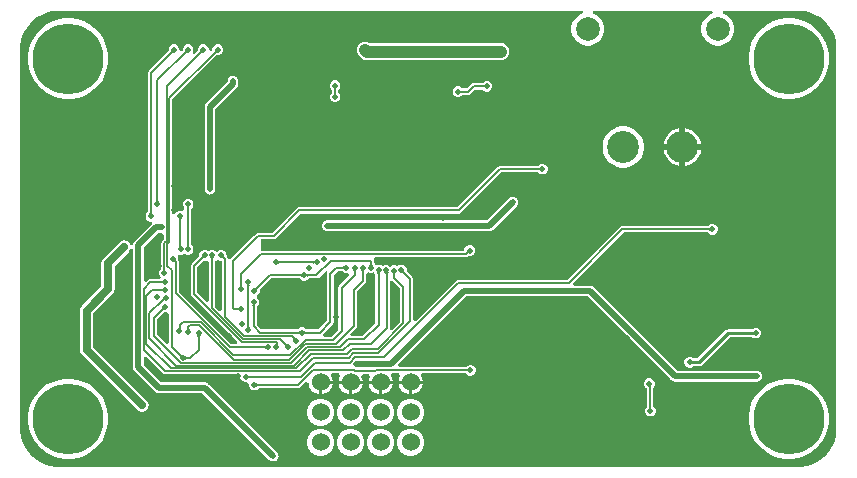
<source format=gbr>
G04*
G04 #@! TF.GenerationSoftware,Altium Limited,Altium Designer,24.7.2 (38)*
G04*
G04 Layer_Physical_Order=3*
G04 Layer_Color=14067636*
%FSLAX25Y25*%
%MOIN*%
G70*
G04*
G04 #@! TF.SameCoordinates,AB7849DE-EAC8-4354-A705-FC1E97C67EB3*
G04*
G04*
G04 #@! TF.FilePolarity,Positive*
G04*
G01*
G75*
%ADD10C,0.01968*%
%ADD15C,0.01000*%
%ADD21C,0.00500*%
%ADD87C,0.23622*%
%ADD88C,0.10630*%
%ADD89C,0.07874*%
%ADD106C,0.02756*%
%ADD107C,0.01968*%
%ADD108C,0.06000*%
%ADD109C,0.03937*%
G36*
X318108Y337780D02*
X318217Y336953D01*
X317754Y336829D01*
X316498Y336104D01*
X315471Y335077D01*
X314746Y333820D01*
X314370Y332419D01*
Y330967D01*
X314746Y329565D01*
X315471Y328309D01*
X316498Y327282D01*
X317754Y326557D01*
X319156Y326181D01*
X320607D01*
X322009Y326557D01*
X323266Y327282D01*
X324292Y328309D01*
X325018Y329565D01*
X325394Y330967D01*
Y332419D01*
X325018Y333820D01*
X324292Y335077D01*
X323266Y336104D01*
X322009Y336829D01*
X321547Y336953D01*
X321655Y337780D01*
X361416Y337780D01*
X361524Y336953D01*
X361062Y336829D01*
X359805Y336104D01*
X358778Y335077D01*
X358053Y333820D01*
X357677Y332419D01*
Y330967D01*
X358053Y329565D01*
X358778Y328309D01*
X359805Y327282D01*
X361062Y326557D01*
X362463Y326181D01*
X363915D01*
X365317Y326557D01*
X366573Y327282D01*
X367600Y328309D01*
X368325Y329565D01*
X368701Y330967D01*
Y332419D01*
X368325Y333820D01*
X367600Y335077D01*
X366573Y336104D01*
X365317Y336829D01*
X364854Y336953D01*
X364962Y337780D01*
X390102D01*
X390930D01*
X392573Y337564D01*
X394173Y337135D01*
X395704Y336501D01*
X397139Y335672D01*
X398453Y334664D01*
X399624Y333492D01*
X400633Y332178D01*
X401461Y330743D01*
X402096Y329212D01*
X402524Y327612D01*
X402740Y325969D01*
X402740Y325141D01*
X402740Y198481D01*
Y197653D01*
X402524Y196010D01*
X402096Y194410D01*
X401461Y192879D01*
X400633Y191444D01*
X399624Y190130D01*
X398453Y188958D01*
X397138Y187950D01*
X395704Y187121D01*
X394173Y186487D01*
X392573Y186058D01*
X390930Y185842D01*
X390102Y185842D01*
X143363Y185842D01*
X142535D01*
X140892Y186058D01*
X139292Y186487D01*
X137761Y187121D01*
X136326Y187950D01*
X135012Y188958D01*
X133840Y190130D01*
X132832Y191444D01*
X132003Y192879D01*
X131369Y194410D01*
X130940Y196010D01*
X130724Y197653D01*
X130724Y198481D01*
X130724Y324803D01*
X130724Y325141D01*
Y325969D01*
X130940Y327612D01*
X131369Y329212D01*
X132003Y330743D01*
X132832Y332178D01*
X133840Y333492D01*
X135012Y334664D01*
X136326Y335672D01*
X137761Y336501D01*
X139292Y337135D01*
X140892Y337564D01*
X142535Y337780D01*
X143363Y337780D01*
X318108Y337780D01*
D02*
G37*
%LPC*%
G36*
X196809Y326575D02*
X196104D01*
X195453Y326305D01*
X194955Y325807D01*
X194685Y325155D01*
Y324752D01*
X194311Y324468D01*
X193504Y324892D01*
Y325155D01*
X193234Y325807D01*
X192736Y326305D01*
X192085Y326575D01*
X191380D01*
X190729Y326305D01*
X190230Y325807D01*
X189961Y325155D01*
Y324527D01*
X188738Y323305D01*
X188116Y323800D01*
X188149Y323880D01*
X188386Y324451D01*
Y325155D01*
X188116Y325807D01*
X187618Y326305D01*
X186967Y326575D01*
X186262D01*
X185611Y326305D01*
X185112Y325807D01*
X184843Y325155D01*
Y324876D01*
X184827Y324805D01*
X184827Y324770D01*
X184518Y324478D01*
X184453Y324430D01*
X184232Y324484D01*
X184193Y324499D01*
X183661Y324975D01*
Y325155D01*
X183392Y325807D01*
X182893Y326305D01*
X182242Y326575D01*
X181537D01*
X180886Y326305D01*
X180388Y325807D01*
X180118Y325155D01*
Y324876D01*
X180103Y324805D01*
X180101Y324707D01*
X180097Y324638D01*
X180089Y324581D01*
X180081Y324535D01*
X180071Y324501D01*
X180063Y324477D01*
X180058Y324468D01*
X173465Y317874D01*
X173235Y317531D01*
X173155Y317126D01*
Y270824D01*
X173151Y270814D01*
X173140Y270791D01*
X173123Y270760D01*
X173097Y270721D01*
X173061Y270676D01*
X173016Y270624D01*
X172948Y270554D01*
X172908Y270492D01*
X172711Y270295D01*
X172441Y269644D01*
Y268939D01*
X172711Y268288D01*
X173209Y267789D01*
X173860Y267520D01*
X174253D01*
X174452Y267217D01*
X174576Y266697D01*
X168801Y260923D01*
X168410Y260337D01*
X168272Y259646D01*
X167446Y259641D01*
X167394Y259900D01*
X166916Y260616D01*
X166199Y261095D01*
X165354Y261263D01*
X164509Y261095D01*
X163793Y260616D01*
X158380Y255203D01*
X157901Y254487D01*
X157733Y253642D01*
Y245895D01*
X151195Y239356D01*
X150716Y238640D01*
X150548Y237795D01*
Y227953D01*
Y224803D01*
X150716Y223958D01*
X151195Y223242D01*
X169699Y204738D01*
X170415Y204259D01*
X171260Y204091D01*
X172105Y204259D01*
X172821Y204738D01*
X173300Y205454D01*
X173468Y206299D01*
X173300Y207144D01*
X172821Y207860D01*
X154964Y225718D01*
Y227953D01*
Y236881D01*
X161502Y243419D01*
X161981Y244135D01*
X162149Y244980D01*
Y252727D01*
X166916Y257494D01*
X167394Y258210D01*
X167446Y258470D01*
X168272Y258388D01*
Y232056D01*
X168239Y231890D01*
Y218931D01*
X168377Y218239D01*
X168768Y217653D01*
X175494Y210927D01*
X176080Y210536D01*
X176772Y210398D01*
X191378D01*
X213683Y188093D01*
X213831Y187994D01*
X213957Y187868D01*
X214121Y187800D01*
X214269Y187701D01*
X214444Y187666D01*
X214608Y187598D01*
X214786D01*
X214961Y187564D01*
X215135Y187598D01*
X215313D01*
X215477Y187666D01*
X215652Y187701D01*
X215800Y187800D01*
X215964Y187868D01*
X216090Y187994D01*
X216238Y188093D01*
X216337Y188241D01*
X216463Y188366D01*
X216531Y188531D01*
X216630Y188679D01*
X216664Y188853D01*
X216732Y189018D01*
Y189196D01*
X216767Y189370D01*
X216732Y189545D01*
Y189723D01*
X216664Y189887D01*
X216630Y190061D01*
X216531Y190209D01*
X216463Y190374D01*
X216337Y190499D01*
X216238Y190647D01*
X216238Y190647D01*
X193403Y213482D01*
X193255Y213581D01*
X193130Y213707D01*
X192965Y213775D01*
X192817Y213874D01*
X192643Y213908D01*
X192478Y213976D01*
X192300D01*
X192126Y214011D01*
X177520D01*
X171852Y219679D01*
Y222225D01*
X172616Y222542D01*
X178150Y217007D01*
X178494Y216778D01*
X178898Y216697D01*
X203621D01*
X204020Y216100D01*
Y215396D01*
X204289Y214744D01*
X204788Y214246D01*
X205439Y213976D01*
X206144D01*
X206280Y214033D01*
X206913Y213400D01*
X206890Y213345D01*
Y212640D01*
X207159Y211989D01*
X207658Y211490D01*
X208309Y211221D01*
X209014D01*
X209665Y211490D01*
X209862Y211688D01*
X209924Y211727D01*
X209994Y211796D01*
X210046Y211841D01*
X210091Y211876D01*
X210130Y211902D01*
X210161Y211920D01*
X210184Y211931D01*
X210194Y211934D01*
X223268D01*
X223673Y212015D01*
X224016Y212244D01*
X225961Y214189D01*
X226787Y213846D01*
Y213410D01*
X227060Y212393D01*
X227587Y211481D01*
X228331Y210736D01*
X229243Y210210D01*
X230261Y209937D01*
X230287D01*
Y213937D01*
X230787D01*
Y214437D01*
X234787D01*
Y214464D01*
X234515Y215481D01*
X234163Y216090D01*
X234561Y216917D01*
X237014D01*
X237412Y216090D01*
X237060Y215481D01*
X236787Y214464D01*
Y214437D01*
X240787D01*
X244787D01*
Y214464D01*
X244515Y215481D01*
X244295Y215862D01*
X244772Y216688D01*
X246802D01*
X247280Y215862D01*
X247060Y215481D01*
X246787Y214464D01*
Y214437D01*
X250787D01*
X254787D01*
Y214464D01*
X254515Y215481D01*
X254163Y216090D01*
X254561Y216917D01*
X257014D01*
X257412Y216090D01*
X257060Y215481D01*
X256787Y214464D01*
Y214437D01*
X260787D01*
X264787D01*
Y214464D01*
X264515Y215481D01*
X264163Y216090D01*
X264561Y216917D01*
X279204D01*
X279207Y216910D01*
X279705Y216411D01*
X280356Y216142D01*
X281061D01*
X281712Y216411D01*
X282211Y216910D01*
X282480Y217561D01*
Y218266D01*
X282211Y218917D01*
X281712Y219415D01*
X281061Y219685D01*
X280356D01*
X279705Y219415D01*
X279322Y219032D01*
X256907D01*
X256590Y219796D01*
X279338Y242543D01*
X319863D01*
X347739Y214668D01*
X348324Y214276D01*
X349016Y214139D01*
X376181D01*
X376356Y214173D01*
X376534D01*
X376698Y214241D01*
X376872Y214276D01*
X377020Y214375D01*
X377185Y214443D01*
X377310Y214569D01*
X377458Y214668D01*
X377557Y214815D01*
X377683Y214941D01*
X377751Y215106D01*
X377850Y215254D01*
X377885Y215428D01*
X377953Y215593D01*
Y215770D01*
X377988Y215945D01*
X377953Y216119D01*
Y216297D01*
X377885Y216462D01*
X377850Y216636D01*
X377751Y216784D01*
X377683Y216948D01*
X377557Y217074D01*
X377458Y217222D01*
X377310Y217321D01*
X377185Y217447D01*
X377020Y217515D01*
X376872Y217614D01*
X376698Y217649D01*
X376534Y217717D01*
X376356D01*
X376181Y217751D01*
X349764D01*
X321888Y245627D01*
X321302Y246019D01*
X320611Y246156D01*
X315249D01*
X314907Y246983D01*
X331827Y263903D01*
X359885D01*
X359895Y263899D01*
X359918Y263889D01*
X359949Y263871D01*
X359987Y263845D01*
X360033Y263809D01*
X360085Y263764D01*
X360155Y263696D01*
X360216Y263656D01*
X360414Y263459D01*
X361065Y263189D01*
X361770D01*
X362421Y263459D01*
X362919Y263957D01*
X363189Y264608D01*
Y265313D01*
X362919Y265964D01*
X362421Y266463D01*
X361770Y266732D01*
X361065D01*
X360414Y266463D01*
X360216Y266265D01*
X360155Y266225D01*
X360085Y266157D01*
X360033Y266112D01*
X359987Y266077D01*
X359949Y266051D01*
X359918Y266033D01*
X359895Y266022D01*
X359885Y266018D01*
X331389D01*
X330984Y265938D01*
X330641Y265709D01*
X313037Y248105D01*
X276575D01*
X276170Y248024D01*
X275827Y247795D01*
X262514Y234483D01*
X261688Y234825D01*
Y248425D01*
X261607Y248830D01*
X261378Y249173D01*
X259508Y251042D01*
X259504Y251052D01*
X259496Y251076D01*
X259486Y251110D01*
X259477Y251156D01*
X259470Y251213D01*
X259466Y251281D01*
X259464Y251380D01*
X259449Y251451D01*
Y251730D01*
X259179Y252381D01*
X258681Y252880D01*
X258030Y253150D01*
X257325D01*
X256674Y252880D01*
X256341Y252548D01*
X256213Y252676D01*
X255562Y252946D01*
X254857D01*
X254206Y252676D01*
X254038Y252509D01*
X253740Y252807D01*
X253089Y253076D01*
X252384D01*
X251733Y252807D01*
X251450Y252524D01*
X251100Y252875D01*
X250449Y253145D01*
X249744D01*
X249237Y252935D01*
X249140Y253169D01*
X248942Y253366D01*
X248903Y253428D01*
X248834Y253498D01*
X248789Y253550D01*
X248754Y253595D01*
X248728Y253634D01*
X248710Y253665D01*
X248699Y253688D01*
X248695Y253698D01*
Y254235D01*
X248615Y254639D01*
X248502Y254808D01*
X248694Y255372D01*
X248902Y255635D01*
X279331D01*
X279735Y255716D01*
X280079Y255945D01*
X280236Y256102D01*
X280864D01*
X281515Y256372D01*
X282014Y256871D01*
X282283Y257522D01*
Y258226D01*
X282014Y258878D01*
X281515Y259376D01*
X280864Y259646D01*
X280159D01*
X279508Y259376D01*
X279010Y258878D01*
X278740Y258226D01*
Y257751D01*
X211024D01*
X210827Y257912D01*
Y261679D01*
X215098D01*
X215503Y261759D01*
X215846Y261988D01*
X224060Y270202D01*
X276772D01*
X277176Y270283D01*
X277520Y270512D01*
X290989Y283982D01*
X303277D01*
X303721Y283537D01*
X304372Y283268D01*
X305077D01*
X305728Y283537D01*
X306226Y284036D01*
X306496Y284687D01*
Y285392D01*
X306226Y286043D01*
X305728Y286541D01*
X305077Y286811D01*
X304372D01*
X303721Y286541D01*
X303277Y286097D01*
X290551D01*
X290146Y286017D01*
X289803Y285787D01*
X276333Y272318D01*
X223622D01*
X223217Y272237D01*
X222874Y272008D01*
X214660Y263794D01*
X209980D01*
X209576Y263713D01*
X209232Y263484D01*
X208543Y262795D01*
X208465D01*
Y262716D01*
X200748Y255000D01*
X200703Y254933D01*
X200002Y255090D01*
X199866Y255169D01*
X199796Y255523D01*
X199567Y255866D01*
X199469Y255964D01*
X199465Y255973D01*
X199456Y255997D01*
X199447Y256031D01*
X199438Y256077D01*
X199431Y256134D01*
X199426Y256203D01*
X199425Y256301D01*
X199409Y256372D01*
Y256652D01*
X199140Y257303D01*
X198641Y257801D01*
X197990Y258071D01*
X197285D01*
X196634Y257801D01*
X196143Y257310D01*
X195651Y257801D01*
X195000Y258071D01*
X194295D01*
X193644Y257801D01*
X193387Y257544D01*
X193130Y257801D01*
X192478Y258071D01*
X191774D01*
X191122Y257801D01*
X190624Y257303D01*
X190354Y256652D01*
Y256372D01*
X190339Y256301D01*
X190338Y256203D01*
X190333Y256134D01*
X190326Y256077D01*
X190317Y256031D01*
X190307Y255997D01*
X190299Y255973D01*
X190295Y255964D01*
X187835Y253504D01*
X187606Y253161D01*
X187525Y252756D01*
Y243409D01*
X187606Y243004D01*
X187835Y242661D01*
X203083Y227412D01*
X202767Y226648D01*
X201029D01*
X183538Y244139D01*
Y254091D01*
X183458Y254496D01*
X183268Y254780D01*
Y255470D01*
X183095Y255887D01*
X183646Y256554D01*
X183785Y256496D01*
X184490D01*
X185141Y256766D01*
X185376Y257000D01*
X185611Y256766D01*
X186262Y256496D01*
X186967D01*
X187618Y256766D01*
X188116Y257264D01*
X188386Y257915D01*
Y258620D01*
X188116Y259271D01*
X187919Y259469D01*
X187879Y259530D01*
X187810Y259601D01*
X187765Y259652D01*
X187730Y259698D01*
X187704Y259736D01*
X187686Y259767D01*
X187675Y259790D01*
X187672Y259800D01*
Y271696D01*
X187675Y271706D01*
X187686Y271729D01*
X187704Y271760D01*
X187730Y271798D01*
X187765Y271844D01*
X187810Y271896D01*
X187879Y271966D01*
X187919Y272027D01*
X188116Y272225D01*
X188386Y272876D01*
Y273581D01*
X188116Y274232D01*
X187618Y274730D01*
X186967Y275000D01*
X186262D01*
X185611Y274730D01*
X185112Y274232D01*
X184843Y273581D01*
Y272876D01*
X185112Y272225D01*
X185310Y272027D01*
X185349Y271966D01*
X185328Y271356D01*
X185325Y271333D01*
X185175Y271235D01*
X184615Y270896D01*
X184211Y271063D01*
X183506D01*
X182855Y270793D01*
X182356Y270295D01*
X182232Y269996D01*
X181406Y270161D01*
Y270731D01*
X181402Y270749D01*
Y308253D01*
X196181Y323031D01*
X196809D01*
X197460Y323301D01*
X197959Y323800D01*
X198228Y324451D01*
Y325155D01*
X197959Y325807D01*
X197460Y326305D01*
X196809Y326575D01*
D02*
G37*
G36*
X245579Y327510D02*
X244859Y327415D01*
X244189Y327137D01*
X243613Y326695D01*
X243171Y326120D01*
X242894Y325449D01*
X242799Y324730D01*
X242894Y324010D01*
X243171Y323340D01*
X243613Y322764D01*
X244136Y322241D01*
X244712Y321799D01*
X245382Y321522D01*
X246102Y321427D01*
X290876D01*
X291596Y321522D01*
X292266Y321799D01*
X292842Y322241D01*
X293284Y322817D01*
X293561Y323487D01*
X293656Y324206D01*
X293561Y324926D01*
X293284Y325596D01*
X292842Y326172D01*
X292266Y326614D01*
X291596Y326891D01*
X290876Y326986D01*
X247165D01*
X246968Y327137D01*
X246298Y327415D01*
X245579Y327510D01*
D02*
G37*
G36*
X286573Y314370D02*
X285868D01*
X285217Y314100D01*
X284773Y313656D01*
X281764D01*
X281359Y313576D01*
X281016Y313346D01*
X279554Y311884D01*
X277981D01*
X277537Y312329D01*
X276886Y312598D01*
X276181D01*
X275530Y312329D01*
X275032Y311830D01*
X274762Y311179D01*
Y310474D01*
X275032Y309823D01*
X275530Y309325D01*
X276181Y309055D01*
X276886D01*
X277537Y309325D01*
X277981Y309769D01*
X279992D01*
X280397Y309850D01*
X280740Y310079D01*
X282202Y311541D01*
X284773D01*
X285217Y311097D01*
X285868Y310827D01*
X286573D01*
X287224Y311097D01*
X287722Y311595D01*
X287992Y312246D01*
Y312951D01*
X287722Y313602D01*
X287224Y314100D01*
X286573Y314370D01*
D02*
G37*
G36*
X387864Y335236D02*
X385757D01*
X383677Y334907D01*
X381673Y334256D01*
X379795Y333299D01*
X378091Y332061D01*
X376601Y330571D01*
X375362Y328866D01*
X374406Y326989D01*
X373755Y324985D01*
X373425Y322904D01*
Y320797D01*
X373755Y318716D01*
X374406Y316712D01*
X375362Y314835D01*
X376601Y313130D01*
X378091Y311640D01*
X379795Y310402D01*
X381673Y309445D01*
X383677Y308794D01*
X385757Y308465D01*
X387864D01*
X389946Y308794D01*
X391949Y309445D01*
X393827Y310402D01*
X395531Y311640D01*
X397021Y313130D01*
X398260Y314835D01*
X399216Y316712D01*
X399867Y318716D01*
X400197Y320797D01*
Y322904D01*
X399867Y324985D01*
X399216Y326989D01*
X398260Y328866D01*
X397021Y330571D01*
X395531Y332061D01*
X393827Y333299D01*
X391949Y334256D01*
X389946Y334907D01*
X387864Y335236D01*
D02*
G37*
G36*
X147707D02*
X145600D01*
X143519Y334907D01*
X141515Y334256D01*
X139638Y333299D01*
X137933Y332061D01*
X136443Y330571D01*
X135205Y328866D01*
X134248Y326989D01*
X133597Y324985D01*
X133268Y322904D01*
Y320797D01*
X133597Y318716D01*
X134248Y316712D01*
X135205Y314835D01*
X136443Y313130D01*
X137933Y311640D01*
X139638Y310402D01*
X141515Y309445D01*
X143519Y308794D01*
X145600Y308465D01*
X147707D01*
X149788Y308794D01*
X151792Y309445D01*
X153669Y310402D01*
X155374Y311640D01*
X156864Y313130D01*
X158102Y314835D01*
X159059Y316712D01*
X159710Y318716D01*
X160039Y320797D01*
Y322904D01*
X159710Y324985D01*
X159059Y326989D01*
X158102Y328866D01*
X156864Y330571D01*
X155374Y332061D01*
X153669Y333299D01*
X151792Y334256D01*
X149788Y334907D01*
X147707Y335236D01*
D02*
G37*
G36*
X235982Y314567D02*
X235278D01*
X234626Y314297D01*
X234128Y313799D01*
X233858Y313148D01*
Y312443D01*
X234128Y311792D01*
X234572Y311348D01*
Y310503D01*
X234128Y310059D01*
X233858Y309407D01*
Y308703D01*
X234128Y308052D01*
X234626Y307553D01*
X235278Y307283D01*
X235982D01*
X236633Y307553D01*
X237132Y308052D01*
X237402Y308703D01*
Y309407D01*
X237132Y310059D01*
X236688Y310503D01*
Y311348D01*
X237132Y311792D01*
X237402Y312443D01*
Y313148D01*
X237132Y313799D01*
X236633Y314297D01*
X235982Y314567D01*
D02*
G37*
G36*
X352378Y298563D02*
Y293323D01*
X357618D01*
X357450Y294165D01*
X356974Y295314D01*
X356283Y296348D01*
X355403Y297228D01*
X354369Y297919D01*
X353220Y298395D01*
X352378Y298563D01*
D02*
G37*
G36*
X350378D02*
X349536Y298395D01*
X348387Y297919D01*
X347352Y297228D01*
X346473Y296348D01*
X345782Y295314D01*
X345306Y294165D01*
X345138Y293323D01*
X350378D01*
Y298563D01*
D02*
G37*
G36*
X357618Y291323D02*
X352378D01*
Y286083D01*
X353220Y286251D01*
X354369Y286727D01*
X355403Y287418D01*
X356283Y288297D01*
X356974Y289332D01*
X357450Y290481D01*
X357618Y291323D01*
D02*
G37*
G36*
X350378D02*
X345138D01*
X345306Y290481D01*
X345782Y289332D01*
X346473Y288297D01*
X347352Y287418D01*
X348387Y286727D01*
X349536Y286251D01*
X350378Y286083D01*
Y291323D01*
D02*
G37*
G36*
X332371Y299213D02*
X331014D01*
X329683Y298948D01*
X328429Y298429D01*
X327301Y297674D01*
X326341Y296715D01*
X325587Y295586D01*
X325068Y294333D01*
X324803Y293001D01*
Y291644D01*
X325068Y290313D01*
X325587Y289059D01*
X326341Y287931D01*
X327301Y286971D01*
X328429Y286217D01*
X329683Y285698D01*
X331014Y285433D01*
X332371D01*
X333703Y285698D01*
X334956Y286217D01*
X336085Y286971D01*
X337045Y287931D01*
X337799Y289059D01*
X338318Y290313D01*
X338583Y291644D01*
Y293001D01*
X338318Y294333D01*
X337799Y295586D01*
X337045Y296715D01*
X336085Y297674D01*
X334956Y298429D01*
X333703Y298948D01*
X332371Y299213D01*
D02*
G37*
G36*
X201575Y316147D02*
X201400Y316112D01*
X201222D01*
X201058Y316044D01*
X200884Y316009D01*
X200736Y315911D01*
X200571Y315843D01*
X200446Y315717D01*
X200297Y315618D01*
X200199Y315470D01*
X200073Y315344D01*
X200005Y315180D01*
X199906Y315032D01*
X199871Y314857D01*
X199803Y314693D01*
Y314515D01*
X199768Y314341D01*
Y314134D01*
X192620Y306986D01*
X192229Y306400D01*
X192091Y305709D01*
Y278346D01*
X192126Y278172D01*
Y277994D01*
X192194Y277830D01*
X192229Y277655D01*
X192328Y277507D01*
X192396Y277343D01*
X192522Y277217D01*
X192620Y277069D01*
X192768Y276970D01*
X192894Y276845D01*
X193058Y276777D01*
X193206Y276678D01*
X193381Y276643D01*
X193545Y276575D01*
X193723D01*
X193898Y276540D01*
X194072Y276575D01*
X194250D01*
X194414Y276643D01*
X194589Y276678D01*
X194737Y276777D01*
X194901Y276845D01*
X195027Y276970D01*
X195175Y277069D01*
X195274Y277217D01*
X195400Y277343D01*
X195468Y277507D01*
X195566Y277655D01*
X195601Y277830D01*
X195669Y277994D01*
Y278172D01*
X195704Y278346D01*
Y304960D01*
X202852Y312108D01*
X203244Y312695D01*
X203381Y313386D01*
Y314341D01*
X203346Y314515D01*
Y314693D01*
X203278Y314857D01*
X203244Y315032D01*
X203145Y315180D01*
X203077Y315344D01*
X202951Y315470D01*
X202852Y315618D01*
X202704Y315717D01*
X202578Y315843D01*
X202414Y315911D01*
X202266Y316009D01*
X202092Y316044D01*
X201927Y316112D01*
X201749D01*
X201575Y316147D01*
D02*
G37*
G36*
X294882Y275822D02*
X294707Y275787D01*
X294530D01*
X294365Y275719D01*
X294191Y275685D01*
X294043Y275586D01*
X293878Y275518D01*
X293753Y275392D01*
X293605Y275293D01*
X286260Y267948D01*
X233071D01*
X232896Y267913D01*
X232718D01*
X232554Y267845D01*
X232380Y267811D01*
X232232Y267712D01*
X232067Y267644D01*
X231942Y267518D01*
X231794Y267419D01*
X231695Y267271D01*
X231569Y267145D01*
X231501Y266981D01*
X231402Y266833D01*
X231367Y266658D01*
X231299Y266494D01*
Y266316D01*
X231264Y266142D01*
X231299Y265967D01*
Y265789D01*
X231367Y265625D01*
X231402Y265451D01*
X231501Y265302D01*
X231569Y265138D01*
X231695Y265012D01*
X231794Y264864D01*
X231942Y264766D01*
X232067Y264640D01*
X232232Y264572D01*
X232380Y264473D01*
X232554Y264438D01*
X232718Y264370D01*
X232896D01*
X233071Y264335D01*
X287008D01*
X287699Y264473D01*
X288285Y264864D01*
X296159Y272739D01*
X296258Y272886D01*
X296384Y273012D01*
X296452Y273177D01*
X296551Y273324D01*
X296585Y273499D01*
X296654Y273663D01*
Y273841D01*
X296688Y274016D01*
X296654Y274190D01*
Y274368D01*
X296585Y274533D01*
X296551Y274707D01*
X296452Y274855D01*
X296384Y275019D01*
X296258Y275145D01*
X296159Y275293D01*
X296011Y275392D01*
X295885Y275518D01*
X295721Y275586D01*
X295573Y275685D01*
X295399Y275719D01*
X295234Y275787D01*
X295056D01*
X294882Y275822D01*
D02*
G37*
G36*
X376140Y232087D02*
X375435D01*
X374784Y231817D01*
X374594Y231628D01*
X366654D01*
X366152Y231528D01*
X365726Y231243D01*
X356399Y221917D01*
X355015D01*
X354826Y222106D01*
X354175Y222376D01*
X353470D01*
X352819Y222106D01*
X352321Y221607D01*
X352051Y220956D01*
Y220252D01*
X352321Y219600D01*
X352819Y219102D01*
X353470Y218832D01*
X354175D01*
X354826Y219102D01*
X355015Y219291D01*
X356943D01*
X357446Y219391D01*
X357871Y219676D01*
X367198Y229002D01*
X374594D01*
X374784Y228813D01*
X375435Y228543D01*
X376140D01*
X376791Y228813D01*
X377289Y229311D01*
X377559Y229963D01*
Y230667D01*
X377289Y231318D01*
X376791Y231817D01*
X376140Y232087D01*
D02*
G37*
G36*
X264787Y213437D02*
X261287D01*
Y209937D01*
X261314D01*
X262331Y210210D01*
X263244Y210736D01*
X263988Y211481D01*
X264515Y212393D01*
X264787Y213410D01*
Y213437D01*
D02*
G37*
G36*
X260287D02*
X256787D01*
Y213410D01*
X257060Y212393D01*
X257587Y211481D01*
X258331Y210736D01*
X259243Y210210D01*
X260261Y209937D01*
X260287D01*
Y213437D01*
D02*
G37*
G36*
X254787D02*
X251287D01*
Y209937D01*
X251314D01*
X252331Y210210D01*
X253243Y210736D01*
X253988Y211481D01*
X254515Y212393D01*
X254787Y213410D01*
Y213437D01*
D02*
G37*
G36*
X250287D02*
X246787D01*
Y213410D01*
X247060Y212393D01*
X247587Y211481D01*
X248331Y210736D01*
X249243Y210210D01*
X250261Y209937D01*
X250287D01*
Y213437D01*
D02*
G37*
G36*
X244787D02*
X241287D01*
Y209937D01*
X241314D01*
X242331Y210210D01*
X243244Y210736D01*
X243988Y211481D01*
X244515Y212393D01*
X244787Y213410D01*
Y213437D01*
D02*
G37*
G36*
X240287D02*
X236787D01*
Y213410D01*
X237060Y212393D01*
X237587Y211481D01*
X238331Y210736D01*
X239244Y210210D01*
X240261Y209937D01*
X240287D01*
Y213437D01*
D02*
G37*
G36*
X234787D02*
X231287D01*
Y209937D01*
X231314D01*
X232331Y210210D01*
X233243Y210736D01*
X233988Y211481D01*
X234515Y212393D01*
X234787Y213410D01*
Y213437D01*
D02*
G37*
G36*
X340751Y215240D02*
X340046D01*
X339395Y214970D01*
X338896Y214472D01*
X338627Y213821D01*
Y213116D01*
X338896Y212465D01*
X339395Y211967D01*
X339515Y211917D01*
Y205645D01*
X339246Y205376D01*
X338976Y204724D01*
Y204020D01*
X339246Y203368D01*
X339744Y202870D01*
X340396Y202600D01*
X341100D01*
X341752Y202870D01*
X342250Y203368D01*
X342520Y204020D01*
Y204724D01*
X342250Y205376D01*
X341752Y205874D01*
X341631Y205924D01*
Y212195D01*
X341900Y212465D01*
X342170Y213116D01*
Y213821D01*
X341900Y214472D01*
X341402Y214970D01*
X340751Y215240D01*
D02*
G37*
G36*
X261390Y208512D02*
X260185D01*
X259022Y208200D01*
X257978Y207598D01*
X257127Y206746D01*
X256524Y205703D01*
X256213Y204539D01*
Y203335D01*
X256524Y202171D01*
X257127Y201128D01*
X257978Y200276D01*
X259022Y199674D01*
X260185Y199362D01*
X261390D01*
X262553Y199674D01*
X263596Y200276D01*
X264448Y201128D01*
X265050Y202171D01*
X265362Y203335D01*
Y204539D01*
X265050Y205703D01*
X264448Y206746D01*
X263596Y207598D01*
X262553Y208200D01*
X261390Y208512D01*
D02*
G37*
G36*
X251390D02*
X250185D01*
X249022Y208200D01*
X247978Y207598D01*
X247127Y206746D01*
X246524Y205703D01*
X246213Y204539D01*
Y203335D01*
X246524Y202171D01*
X247127Y201128D01*
X247978Y200276D01*
X249022Y199674D01*
X250185Y199362D01*
X251390D01*
X252553Y199674D01*
X253596Y200276D01*
X254448Y201128D01*
X255050Y202171D01*
X255362Y203335D01*
Y204539D01*
X255050Y205703D01*
X254448Y206746D01*
X253596Y207598D01*
X252553Y208200D01*
X251390Y208512D01*
D02*
G37*
G36*
X241390D02*
X240185D01*
X239022Y208200D01*
X237978Y207598D01*
X237127Y206746D01*
X236524Y205703D01*
X236213Y204539D01*
Y203335D01*
X236524Y202171D01*
X237127Y201128D01*
X237978Y200276D01*
X239022Y199674D01*
X240185Y199362D01*
X241390D01*
X242553Y199674D01*
X243596Y200276D01*
X244448Y201128D01*
X245050Y202171D01*
X245362Y203335D01*
Y204539D01*
X245050Y205703D01*
X244448Y206746D01*
X243596Y207598D01*
X242553Y208200D01*
X241390Y208512D01*
D02*
G37*
G36*
X231390D02*
X230185D01*
X229022Y208200D01*
X227978Y207598D01*
X227127Y206746D01*
X226524Y205703D01*
X226213Y204539D01*
Y203335D01*
X226524Y202171D01*
X227127Y201128D01*
X227978Y200276D01*
X229022Y199674D01*
X230185Y199362D01*
X231390D01*
X232553Y199674D01*
X233596Y200276D01*
X234448Y201128D01*
X235050Y202171D01*
X235362Y203335D01*
Y204539D01*
X235050Y205703D01*
X234448Y206746D01*
X233596Y207598D01*
X232553Y208200D01*
X231390Y208512D01*
D02*
G37*
G36*
X261390Y198512D02*
X260185D01*
X259022Y198200D01*
X257978Y197598D01*
X257127Y196746D01*
X256524Y195703D01*
X256213Y194539D01*
Y193335D01*
X256524Y192171D01*
X257127Y191128D01*
X257978Y190276D01*
X259022Y189674D01*
X260185Y189362D01*
X261390D01*
X262553Y189674D01*
X263596Y190276D01*
X264448Y191128D01*
X265050Y192171D01*
X265362Y193335D01*
Y194539D01*
X265050Y195703D01*
X264448Y196746D01*
X263596Y197598D01*
X262553Y198200D01*
X261390Y198512D01*
D02*
G37*
G36*
X251390D02*
X250185D01*
X249022Y198200D01*
X247978Y197598D01*
X247127Y196746D01*
X246524Y195703D01*
X246213Y194539D01*
Y193335D01*
X246524Y192171D01*
X247127Y191128D01*
X247978Y190276D01*
X249022Y189674D01*
X250185Y189362D01*
X251390D01*
X252553Y189674D01*
X253596Y190276D01*
X254448Y191128D01*
X255050Y192171D01*
X255362Y193335D01*
Y194539D01*
X255050Y195703D01*
X254448Y196746D01*
X253596Y197598D01*
X252553Y198200D01*
X251390Y198512D01*
D02*
G37*
G36*
X241390D02*
X240185D01*
X239022Y198200D01*
X237978Y197598D01*
X237127Y196746D01*
X236524Y195703D01*
X236213Y194539D01*
Y193335D01*
X236524Y192171D01*
X237127Y191128D01*
X237978Y190276D01*
X239022Y189674D01*
X240185Y189362D01*
X241390D01*
X242553Y189674D01*
X243596Y190276D01*
X244448Y191128D01*
X245050Y192171D01*
X245362Y193335D01*
Y194539D01*
X245050Y195703D01*
X244448Y196746D01*
X243596Y197598D01*
X242553Y198200D01*
X241390Y198512D01*
D02*
G37*
G36*
X231390D02*
X230185D01*
X229022Y198200D01*
X227978Y197598D01*
X227127Y196746D01*
X226524Y195703D01*
X226213Y194539D01*
Y193335D01*
X226524Y192171D01*
X227127Y191128D01*
X227978Y190276D01*
X229022Y189674D01*
X230185Y189362D01*
X231390D01*
X232553Y189674D01*
X233596Y190276D01*
X234448Y191128D01*
X235050Y192171D01*
X235362Y193335D01*
Y194539D01*
X235050Y195703D01*
X234448Y196746D01*
X233596Y197598D01*
X232553Y198200D01*
X231390Y198512D01*
D02*
G37*
G36*
X387864Y215158D02*
X385757D01*
X383677Y214828D01*
X381673Y214177D01*
X379795Y213220D01*
X378091Y211982D01*
X376601Y210492D01*
X375362Y208787D01*
X374406Y206910D01*
X373755Y204906D01*
X373425Y202825D01*
Y200718D01*
X373755Y198637D01*
X374406Y196633D01*
X375362Y194756D01*
X376601Y193051D01*
X378091Y191561D01*
X379795Y190323D01*
X381673Y189366D01*
X383677Y188715D01*
X385757Y188386D01*
X387864D01*
X389946Y188715D01*
X391949Y189366D01*
X393827Y190323D01*
X395531Y191561D01*
X397021Y193051D01*
X398260Y194756D01*
X399216Y196633D01*
X399867Y198637D01*
X400197Y200718D01*
Y202825D01*
X399867Y204906D01*
X399216Y206910D01*
X398260Y208787D01*
X397021Y210492D01*
X395531Y211982D01*
X393827Y213220D01*
X391949Y214177D01*
X389946Y214828D01*
X387864Y215158D01*
D02*
G37*
G36*
X147707D02*
X145600D01*
X143519Y214828D01*
X141515Y214177D01*
X139638Y213220D01*
X137933Y211982D01*
X136443Y210492D01*
X135205Y208787D01*
X134248Y206910D01*
X133597Y204906D01*
X133268Y202825D01*
Y200718D01*
X133597Y198637D01*
X134248Y196633D01*
X135205Y194756D01*
X136443Y193051D01*
X137933Y191561D01*
X139638Y190323D01*
X141515Y189366D01*
X143519Y188715D01*
X145600Y188386D01*
X147707D01*
X149788Y188715D01*
X151792Y189366D01*
X153669Y190323D01*
X155374Y191561D01*
X156864Y193051D01*
X158102Y194756D01*
X159059Y196633D01*
X159710Y198637D01*
X160039Y200718D01*
Y202825D01*
X159710Y204906D01*
X159059Y206910D01*
X158102Y208787D01*
X156864Y210492D01*
X155374Y211982D01*
X153669Y213220D01*
X151792Y214177D01*
X149788Y214828D01*
X147707Y215158D01*
D02*
G37*
%LPD*%
G36*
X186604Y323819D02*
X186485Y323817D01*
X186372Y323810D01*
X186265Y323796D01*
X186165Y323777D01*
X186071Y323751D01*
X185984Y323720D01*
X185903Y323683D01*
X185829Y323640D01*
X185761Y323591D01*
X185700Y323536D01*
X185347Y323889D01*
X185402Y323950D01*
X185451Y324018D01*
X185494Y324092D01*
X185531Y324173D01*
X185562Y324260D01*
X185588Y324354D01*
X185607Y324454D01*
X185621Y324560D01*
X185628Y324674D01*
X185630Y324793D01*
X186604Y323819D01*
D02*
G37*
G36*
X181880D02*
X181760Y323817D01*
X181647Y323810D01*
X181540Y323796D01*
X181440Y323777D01*
X181347Y323751D01*
X181259Y323720D01*
X181179Y323683D01*
X181105Y323640D01*
X181037Y323591D01*
X180976Y323536D01*
X180622Y323889D01*
X180677Y323950D01*
X180726Y324018D01*
X180769Y324092D01*
X180807Y324173D01*
X180838Y324260D01*
X180863Y324354D01*
X180883Y324454D01*
X180896Y324560D01*
X180904Y324674D01*
X180906Y324793D01*
X181880Y323819D01*
D02*
G37*
G36*
X176632Y274689D02*
X176646Y274606D01*
X176667Y274523D01*
X176698Y274440D01*
X176738Y274356D01*
X176786Y274272D01*
X176843Y274187D01*
X176909Y274102D01*
X176983Y274017D01*
X177067Y273931D01*
X175689D01*
X175772Y274017D01*
X175847Y274102D01*
X175913Y274187D01*
X175970Y274272D01*
X176018Y274356D01*
X176058Y274440D01*
X176088Y274523D01*
X176110Y274606D01*
X176124Y274689D01*
X176128Y274771D01*
X176628D01*
X176632Y274689D01*
D02*
G37*
G36*
X187220Y272440D02*
X187145Y272354D01*
X187079Y272269D01*
X187022Y272185D01*
X186974Y272100D01*
X186934Y272017D01*
X186904Y271933D01*
X186882Y271850D01*
X186869Y271768D01*
X186864Y271686D01*
X186364D01*
X186360Y271768D01*
X186347Y271850D01*
X186325Y271933D01*
X186294Y272017D01*
X186254Y272100D01*
X186206Y272185D01*
X186149Y272269D01*
X186083Y272354D01*
X186009Y272440D01*
X185925Y272526D01*
X187303D01*
X187220Y272440D01*
D02*
G37*
G36*
X174467Y270752D02*
X174480Y270669D01*
X174502Y270586D01*
X174533Y270503D01*
X174572Y270419D01*
X174621Y270335D01*
X174678Y270251D01*
X174743Y270165D01*
X174818Y270080D01*
X174902Y269994D01*
X173524D01*
X173607Y270080D01*
X173682Y270165D01*
X173748Y270251D01*
X173805Y270335D01*
X173853Y270419D01*
X173892Y270503D01*
X173923Y270586D01*
X173945Y270669D01*
X173958Y270752D01*
X173963Y270834D01*
X174463D01*
X174467Y270752D01*
D02*
G37*
G36*
X184566Y268592D02*
X184440Y268397D01*
X184389Y268304D01*
X184346Y268213D01*
X184311Y268125D01*
X184283Y268039D01*
X184264Y267956D01*
X184252Y267875D01*
X184248Y267797D01*
X183748Y267723D01*
X183743Y267808D01*
X183729Y267891D01*
X183705Y267973D01*
X183672Y268053D01*
X183630Y268131D01*
X183578Y268208D01*
X183517Y268283D01*
X183446Y268356D01*
X183366Y268428D01*
X183276Y268498D01*
X184640Y268693D01*
X184566Y268592D01*
D02*
G37*
G36*
X360714Y264272D02*
X360629Y264355D01*
X360543Y264430D01*
X360458Y264495D01*
X360373Y264553D01*
X360289Y264601D01*
X360206Y264640D01*
X360122Y264671D01*
X360039Y264693D01*
X359957Y264706D01*
X359875Y264711D01*
Y265211D01*
X359957Y265215D01*
X360039Y265228D01*
X360122Y265250D01*
X360206Y265281D01*
X360289Y265320D01*
X360373Y265369D01*
X360458Y265426D01*
X360543Y265492D01*
X360629Y265566D01*
X360714Y265650D01*
Y264272D01*
D02*
G37*
G36*
X186869Y259728D02*
X186882Y259646D01*
X186904Y259563D01*
X186934Y259479D01*
X186974Y259396D01*
X187022Y259312D01*
X187079Y259227D01*
X187145Y259142D01*
X187220Y259056D01*
X187303Y258971D01*
X185925D01*
X186009Y259056D01*
X186083Y259142D01*
X186149Y259227D01*
X186206Y259312D01*
X186254Y259396D01*
X186294Y259479D01*
X186325Y259563D01*
X186347Y259646D01*
X186360Y259728D01*
X186364Y259810D01*
X186864D01*
X186869Y259728D01*
D02*
G37*
G36*
X184253Y259751D02*
X184267Y259668D01*
X184291Y259587D01*
X184324Y259507D01*
X184366Y259428D01*
X184418Y259351D01*
X184479Y259277D01*
X184550Y259203D01*
X184630Y259131D01*
X184720Y259061D01*
X183356Y258866D01*
X183431Y258967D01*
X183556Y259162D01*
X183607Y259255D01*
X183650Y259346D01*
X183685Y259434D01*
X183713Y259520D01*
X183732Y259603D01*
X183744Y259684D01*
X183748Y259762D01*
X184248Y259836D01*
X184253Y259751D01*
D02*
G37*
G36*
X198624Y256170D02*
X198631Y256056D01*
X198645Y255950D01*
X198664Y255850D01*
X198690Y255756D01*
X198721Y255669D01*
X198758Y255588D01*
X198801Y255514D01*
X198850Y255446D01*
X198905Y255385D01*
X198552Y255032D01*
X198491Y255087D01*
X198423Y255136D01*
X198349Y255179D01*
X198268Y255216D01*
X198181Y255247D01*
X198087Y255273D01*
X197987Y255292D01*
X197880Y255306D01*
X197767Y255313D01*
X197648Y255315D01*
X198622Y256289D01*
X198624Y256170D01*
D02*
G37*
G36*
X192116Y255315D02*
X191997Y255313D01*
X191883Y255306D01*
X191777Y255292D01*
X191676Y255273D01*
X191583Y255247D01*
X191496Y255216D01*
X191415Y255179D01*
X191341Y255136D01*
X191273Y255087D01*
X191212Y255032D01*
X190858Y255385D01*
X190913Y255446D01*
X190962Y255514D01*
X191006Y255588D01*
X191043Y255669D01*
X191074Y255756D01*
X191099Y255850D01*
X191119Y255950D01*
X191132Y256056D01*
X191140Y256170D01*
X191142Y256289D01*
X192116Y255315D01*
D02*
G37*
G36*
X195253Y255510D02*
X195178Y255425D01*
X195113Y255340D01*
X195056Y255255D01*
X195007Y255171D01*
X194968Y255087D01*
X194937Y255004D01*
X194915Y254921D01*
X194902Y254839D01*
X194898Y254757D01*
X194398D01*
X194393Y254839D01*
X194380Y254921D01*
X194358Y255004D01*
X194327Y255087D01*
X194288Y255171D01*
X194239Y255255D01*
X194183Y255340D01*
X194117Y255425D01*
X194042Y255510D01*
X193959Y255596D01*
X195336D01*
X195253Y255510D01*
D02*
G37*
G36*
X182432Y254797D02*
X182427Y254738D01*
X182430Y254679D01*
X182440Y254621D01*
X182457Y254562D01*
X182482Y254503D01*
X182515Y254444D01*
X182555Y254385D01*
X182602Y254327D01*
X182657Y254268D01*
X182304Y253914D01*
X182243Y253971D01*
X182182Y254021D01*
X182121Y254064D01*
X182061Y254099D01*
X182000Y254127D01*
X181940Y254147D01*
X181880Y254160D01*
X181819Y254166D01*
X181759Y254164D01*
X181699Y254155D01*
X182445Y254856D01*
X182432Y254797D01*
D02*
G37*
G36*
X216749Y254522D02*
X216832Y254446D01*
X216915Y254379D01*
X216998Y254321D01*
X217080Y254272D01*
X217163Y254232D01*
X217246Y254201D01*
X217329Y254178D01*
X217411Y254165D01*
X217494Y254160D01*
X217480Y253660D01*
X217399Y253656D01*
X217316Y253643D01*
X217233Y253622D01*
X217149Y253592D01*
X217065Y253553D01*
X216979Y253505D01*
X216893Y253449D01*
X216806Y253385D01*
X216718Y253311D01*
X216629Y253229D01*
X216666Y254607D01*
X216749Y254522D01*
D02*
G37*
G36*
X228725Y253214D02*
X228642Y253299D01*
X228559Y253375D01*
X228477Y253442D01*
X228394Y253500D01*
X228311Y253549D01*
X228228Y253589D01*
X228146Y253620D01*
X228063Y253643D01*
X227980Y253656D01*
X227897Y253660D01*
X227911Y254160D01*
X227993Y254165D01*
X228075Y254178D01*
X228158Y254199D01*
X228242Y254229D01*
X228327Y254268D01*
X228412Y254316D01*
X228498Y254372D01*
X228586Y254436D01*
X228674Y254510D01*
X228762Y254592D01*
X228725Y253214D01*
D02*
G37*
G36*
X247892Y253626D02*
X247905Y253543D01*
X247927Y253460D01*
X247958Y253377D01*
X247997Y253293D01*
X248046Y253209D01*
X248103Y253124D01*
X248169Y253040D01*
X248243Y252954D01*
X248327Y252868D01*
X246949D01*
X247032Y252954D01*
X247107Y253040D01*
X247173Y253124D01*
X247230Y253209D01*
X247278Y253293D01*
X247318Y253377D01*
X247348Y253460D01*
X247370Y253543D01*
X247383Y253626D01*
X247388Y253708D01*
X247888D01*
X247892Y253626D01*
D02*
G37*
G36*
X238667Y251476D02*
X238581Y251560D01*
X238496Y251634D01*
X238411Y251700D01*
X238326Y251757D01*
X238242Y251806D01*
X238158Y251845D01*
X238075Y251876D01*
X237992Y251898D01*
X237910Y251911D01*
X237828Y251915D01*
Y252415D01*
X237910Y252420D01*
X237992Y252433D01*
X238075Y252455D01*
X238158Y252486D01*
X238242Y252525D01*
X238326Y252573D01*
X238411Y252630D01*
X238496Y252696D01*
X238581Y252771D01*
X238667Y252854D01*
Y251476D01*
D02*
G37*
G36*
X245487Y251377D02*
X245413Y251291D01*
X245347Y251206D01*
X245290Y251122D01*
X245242Y251037D01*
X245202Y250954D01*
X245171Y250870D01*
X245149Y250787D01*
X245136Y250705D01*
X245132Y250623D01*
X244632D01*
X244627Y250705D01*
X244614Y250787D01*
X244592Y250870D01*
X244562Y250954D01*
X244522Y251037D01*
X244474Y251122D01*
X244417Y251206D01*
X244351Y251291D01*
X244276Y251377D01*
X244193Y251462D01*
X245571D01*
X245487Y251377D01*
D02*
G37*
G36*
X242732D02*
X242657Y251291D01*
X242591Y251206D01*
X242534Y251122D01*
X242486Y251037D01*
X242446Y250954D01*
X242415Y250870D01*
X242393Y250787D01*
X242380Y250705D01*
X242376Y250623D01*
X241876D01*
X241872Y250705D01*
X241858Y250787D01*
X241837Y250870D01*
X241806Y250954D01*
X241766Y251037D01*
X241718Y251122D01*
X241661Y251206D01*
X241595Y251291D01*
X241520Y251377D01*
X241437Y251462D01*
X242815D01*
X242732Y251377D01*
D02*
G37*
G36*
X258663Y251248D02*
X258671Y251135D01*
X258684Y251029D01*
X258704Y250928D01*
X258729Y250835D01*
X258760Y250748D01*
X258798Y250667D01*
X258841Y250593D01*
X258890Y250525D01*
X258945Y250464D01*
X258591Y250110D01*
X258530Y250165D01*
X258462Y250214D01*
X258388Y250257D01*
X258308Y250295D01*
X258220Y250326D01*
X258127Y250351D01*
X258027Y250371D01*
X257920Y250384D01*
X257807Y250392D01*
X257687Y250394D01*
X258661Y251368D01*
X258663Y251248D01*
D02*
G37*
G36*
X250715Y250595D02*
X250577Y250421D01*
X250520Y250336D01*
X250473Y250251D01*
X250434Y250166D01*
X250403Y250082D01*
X250381Y249999D01*
X250368Y249917D01*
X250364Y249835D01*
X249864Y249826D01*
X249860Y249908D01*
X249846Y249991D01*
X249824Y250074D01*
X249793Y250157D01*
X249753Y250240D01*
X249704Y250323D01*
X249647Y250407D01*
X249580Y250490D01*
X249504Y250574D01*
X249420Y250658D01*
X250798Y250683D01*
X250715Y250595D01*
D02*
G37*
G36*
X253357Y250528D02*
X253218Y250354D01*
X253162Y250268D01*
X253114Y250183D01*
X253075Y250098D01*
X253045Y250014D01*
X253023Y249932D01*
X253010Y249849D01*
X253006Y249768D01*
X252506Y249757D01*
X252502Y249840D01*
X252488Y249922D01*
X252466Y250005D01*
X252435Y250088D01*
X252395Y250171D01*
X252346Y250254D01*
X252288Y250338D01*
X252221Y250421D01*
X252146Y250504D01*
X252061Y250588D01*
X253439Y250616D01*
X253357Y250528D01*
D02*
G37*
G36*
X255825Y250394D02*
X255686Y250221D01*
X255630Y250136D01*
X255582Y250051D01*
X255543Y249967D01*
X255512Y249883D01*
X255490Y249800D01*
X255477Y249717D01*
X255473Y249636D01*
X254973Y249628D01*
X254969Y249711D01*
X254955Y249793D01*
X254933Y249876D01*
X254902Y249959D01*
X254862Y250043D01*
X254814Y250126D01*
X254756Y250210D01*
X254690Y250293D01*
X254614Y250378D01*
X254530Y250462D01*
X255908Y250481D01*
X255825Y250394D01*
D02*
G37*
G36*
X226182Y250212D02*
X226268Y250137D01*
X226353Y250071D01*
X226437Y250014D01*
X226522Y249966D01*
X226605Y249926D01*
X226689Y249896D01*
X226772Y249874D01*
X226854Y249861D01*
X226936Y249856D01*
Y249356D01*
X226854Y249352D01*
X226772Y249339D01*
X226689Y249317D01*
X226605Y249286D01*
X226522Y249247D01*
X226437Y249198D01*
X226353Y249141D01*
X226268Y249075D01*
X226182Y249001D01*
X226097Y248917D01*
Y250295D01*
X226182Y250212D01*
D02*
G37*
G36*
X224691Y248917D02*
X224605Y249001D01*
X224519Y249075D01*
X224434Y249141D01*
X224350Y249198D01*
X224266Y249247D01*
X224182Y249286D01*
X224099Y249317D01*
X224016Y249339D01*
X223933Y249352D01*
X223851Y249356D01*
Y249856D01*
X223933Y249861D01*
X224016Y249874D01*
X224099Y249896D01*
X224182Y249926D01*
X224266Y249966D01*
X224350Y250014D01*
X224434Y250071D01*
X224519Y250137D01*
X224605Y250212D01*
X224691Y250295D01*
Y248917D01*
D02*
G37*
G36*
X233094Y250625D02*
X233078Y250602D01*
X232997Y250197D01*
Y234493D01*
X230074Y231570D01*
X226138D01*
X226129Y231573D01*
X226106Y231584D01*
X226075Y231602D01*
X226036Y231628D01*
X225991Y231663D01*
X225939Y231708D01*
X225869Y231777D01*
X225807Y231816D01*
X225610Y232014D01*
X224959Y232283D01*
X224254D01*
X223603Y232014D01*
X223405Y231816D01*
X223344Y231777D01*
X223273Y231708D01*
X223222Y231663D01*
X223176Y231628D01*
X223138Y231602D01*
X223107Y231584D01*
X223084Y231573D01*
X223074Y231570D01*
X211068D01*
X209522Y233115D01*
Y239019D01*
X209526Y239029D01*
X209537Y239052D01*
X209554Y239083D01*
X209580Y239121D01*
X209616Y239167D01*
X209661Y239218D01*
X209729Y239289D01*
X209769Y239350D01*
X209966Y239548D01*
X210236Y240199D01*
Y240904D01*
X209966Y241555D01*
X209468Y242053D01*
X209520Y242926D01*
X209665Y242986D01*
X210163Y243485D01*
X210433Y244136D01*
Y244415D01*
X210448Y244486D01*
X210450Y244585D01*
X210454Y244653D01*
X210462Y244710D01*
X210471Y244756D01*
X210480Y244790D01*
X210488Y244814D01*
X210493Y244824D01*
X214218Y248549D01*
X223862D01*
X223871Y248545D01*
X223894Y248534D01*
X223925Y248517D01*
X223964Y248490D01*
X224009Y248455D01*
X224061Y248410D01*
X224131Y248341D01*
X224193Y248302D01*
X224390Y248104D01*
X225041Y247835D01*
X225746D01*
X226397Y248104D01*
X226595Y248302D01*
X226656Y248341D01*
X226727Y248410D01*
X226778Y248455D01*
X226824Y248490D01*
X226862Y248517D01*
X226893Y248534D01*
X226916Y248545D01*
X226926Y248549D01*
X229410D01*
X229814Y248629D01*
X230158Y248858D01*
X232452Y251152D01*
X233094Y250625D01*
D02*
G37*
G36*
X178320Y263297D02*
X178440Y263022D01*
Y261461D01*
X177992Y261013D01*
X177763Y260670D01*
X177682Y260265D01*
Y251841D01*
X177238Y251397D01*
X176969Y250746D01*
Y250041D01*
X177238Y249390D01*
X177530Y249098D01*
X177164Y248302D01*
X174016D01*
X173611Y248222D01*
X173268Y247992D01*
X172649Y247373D01*
X171885Y247690D01*
Y258897D01*
X176733Y263745D01*
X177756D01*
X178320Y263297D01*
D02*
G37*
G36*
X207298Y246455D02*
X207224Y246370D01*
X207158Y246285D01*
X207101Y246200D01*
X207053Y246116D01*
X207013Y246032D01*
X206982Y245949D01*
X206961Y245866D01*
X206947Y245784D01*
X206943Y245702D01*
X206443D01*
X206438Y245784D01*
X206425Y245866D01*
X206403Y245949D01*
X206373Y246032D01*
X206333Y246116D01*
X206285Y246200D01*
X206228Y246285D01*
X206162Y246370D01*
X206087Y246455D01*
X206004Y246541D01*
X207382D01*
X207298Y246455D01*
D02*
G37*
G36*
X209929Y245402D02*
X209874Y245341D01*
X209825Y245273D01*
X209782Y245199D01*
X209745Y245119D01*
X209713Y245031D01*
X209688Y244938D01*
X209668Y244838D01*
X209655Y244731D01*
X209647Y244618D01*
X209646Y244498D01*
X208671Y245472D01*
X208791Y245474D01*
X208904Y245482D01*
X209011Y245495D01*
X209111Y245515D01*
X209205Y245540D01*
X209292Y245571D01*
X209372Y245609D01*
X209447Y245652D01*
X209514Y245701D01*
X209575Y245756D01*
X209929Y245402D01*
D02*
G37*
G36*
X193570Y254189D02*
X193590Y254161D01*
Y240978D01*
X192826Y240661D01*
X189640Y243847D01*
Y252318D01*
X191790Y254468D01*
X191800Y254472D01*
X191824Y254481D01*
X191858Y254490D01*
X191904Y254499D01*
X191961Y254506D01*
X192029Y254511D01*
X192128Y254512D01*
X192199Y254528D01*
X192478D01*
X192763Y254645D01*
X193570Y254189D01*
D02*
G37*
G36*
X209070Y239762D02*
X208996Y239677D01*
X208930Y239592D01*
X208873Y239507D01*
X208824Y239423D01*
X208785Y239339D01*
X208754Y239256D01*
X208732Y239173D01*
X208719Y239091D01*
X208715Y239009D01*
X208215D01*
X208210Y239091D01*
X208197Y239173D01*
X208175Y239256D01*
X208144Y239339D01*
X208105Y239423D01*
X208056Y239507D01*
X207999Y239592D01*
X207934Y239677D01*
X207859Y239762D01*
X207776Y239848D01*
X209154D01*
X209070Y239762D01*
D02*
G37*
G36*
X196634Y254797D02*
X197285Y254528D01*
X197564D01*
X197636Y254512D01*
X197734Y254511D01*
X197761Y254509D01*
Y238083D01*
X196997Y237766D01*
X195705Y239058D01*
Y254252D01*
X195985Y254540D01*
X196162Y254682D01*
X196413Y254845D01*
X196634Y254797D01*
D02*
G37*
G36*
X206947Y232760D02*
X206961Y232677D01*
X206982Y232594D01*
X207013Y232511D01*
X207053Y232427D01*
X207101Y232343D01*
X207158Y232258D01*
X207224Y232173D01*
X207298Y232088D01*
X207382Y232002D01*
X206004D01*
X206087Y232088D01*
X206162Y232173D01*
X206228Y232258D01*
X206285Y232343D01*
X206333Y232427D01*
X206373Y232511D01*
X206403Y232594D01*
X206425Y232677D01*
X206438Y232760D01*
X206443Y232842D01*
X206943D01*
X206947Y232760D01*
D02*
G37*
G36*
X184148Y232332D02*
X184151Y232257D01*
X184162Y232178D01*
X184180Y232095D01*
X184205Y232009D01*
X184238Y231918D01*
X184277Y231824D01*
X184378Y231624D01*
X184439Y231518D01*
X184507Y231408D01*
X183163Y231715D01*
X183256Y231775D01*
X183338Y231839D01*
X183411Y231906D01*
X183474Y231975D01*
X183527Y232047D01*
X183570Y232122D01*
X183604Y232200D01*
X183628Y232281D01*
X183643Y232364D01*
X183648Y232450D01*
X184148Y232332D01*
D02*
G37*
G36*
X186978Y232132D02*
X186991Y232049D01*
X187013Y231966D01*
X187043Y231883D01*
X187083Y231799D01*
X187131Y231715D01*
X187188Y231630D01*
X187254Y231545D01*
X187329Y231460D01*
X187412Y231374D01*
X186034D01*
X186118Y231460D01*
X186192Y231545D01*
X186258Y231630D01*
X186315Y231715D01*
X186363Y231799D01*
X186403Y231883D01*
X186434Y231966D01*
X186456Y232049D01*
X186469Y232132D01*
X186473Y232214D01*
X186973D01*
X186978Y232132D01*
D02*
G37*
G36*
X257210Y245231D02*
Y234100D01*
X254442Y231332D01*
X254113Y231494D01*
X253760Y231819D01*
X253814Y232087D01*
Y247489D01*
X253991Y247617D01*
X254640Y247801D01*
X257210Y245231D01*
D02*
G37*
G36*
X225395Y231117D02*
X225481Y231043D01*
X225566Y230977D01*
X225650Y230920D01*
X225734Y230872D01*
X225818Y230832D01*
X225901Y230801D01*
X225984Y230779D01*
X226067Y230766D01*
X226149Y230762D01*
Y230262D01*
X226067Y230257D01*
X225984Y230244D01*
X225901Y230222D01*
X225818Y230192D01*
X225734Y230152D01*
X225650Y230104D01*
X225566Y230047D01*
X225481Y229981D01*
X225395Y229906D01*
X225309Y229823D01*
Y231201D01*
X225395Y231117D01*
D02*
G37*
G36*
X223903Y229823D02*
X223818Y229906D01*
X223732Y229981D01*
X223647Y230047D01*
X223563Y230104D01*
X223478Y230152D01*
X223395Y230192D01*
X223311Y230222D01*
X223228Y230244D01*
X223146Y230257D01*
X223064Y230262D01*
Y230762D01*
X223146Y230766D01*
X223228Y230779D01*
X223311Y230801D01*
X223395Y230832D01*
X223478Y230872D01*
X223563Y230920D01*
X223647Y230977D01*
X223732Y231043D01*
X223818Y231117D01*
X223903Y231201D01*
Y229823D01*
D02*
G37*
G36*
X247285Y250394D02*
X247990D01*
X248497Y250604D01*
X248594Y250370D01*
X248811Y250153D01*
X248854Y250088D01*
X248923Y250020D01*
X248968Y249971D01*
X249002Y249927D01*
X249027Y249891D01*
X249044Y249862D01*
X249054Y249841D01*
X249057Y249835D01*
Y233623D01*
X244837Y229404D01*
X241035D01*
X240719Y230168D01*
X242677Y232126D01*
X242906Y232469D01*
X242987Y232874D01*
Y244301D01*
X245630Y246944D01*
X245859Y247287D01*
X245940Y247692D01*
Y250189D01*
X246254Y250404D01*
X246766Y250609D01*
X247285Y250394D01*
D02*
G37*
G36*
X237848Y251104D02*
X237871Y251093D01*
X237901Y251076D01*
X237940Y251049D01*
X237986Y251014D01*
X238037Y250969D01*
X238108Y250901D01*
X238169Y250861D01*
X238367Y250663D01*
X239018Y250394D01*
X239722D01*
X240536Y249836D01*
X240569Y249742D01*
X237047Y246220D01*
X236818Y245877D01*
X236738Y245472D01*
Y231344D01*
X234601Y229207D01*
X231872D01*
X231530Y230034D01*
X234803Y233307D01*
X235032Y233650D01*
X235113Y234055D01*
Y249759D01*
X236462Y251108D01*
X237838D01*
X237848Y251104D01*
D02*
G37*
G36*
X190763Y229526D02*
X190688Y229441D01*
X190623Y229356D01*
X190566Y229271D01*
X190517Y229187D01*
X190478Y229103D01*
X190447Y229020D01*
X190425Y228937D01*
X190412Y228854D01*
X190408Y228772D01*
X189908D01*
X189903Y228854D01*
X189890Y228937D01*
X189868Y229020D01*
X189837Y229103D01*
X189798Y229187D01*
X189750Y229271D01*
X189692Y229356D01*
X189627Y229441D01*
X189552Y229526D01*
X189469Y229612D01*
X190847D01*
X190763Y229526D01*
D02*
G37*
G36*
X221824Y229075D02*
X221887Y229027D01*
X221957Y228981D01*
X222036Y228937D01*
X222122Y228895D01*
X222319Y228816D01*
X222430Y228780D01*
X222674Y228712D01*
X221490Y228008D01*
X221514Y228115D01*
X221529Y228217D01*
X221535Y228314D01*
X221532Y228407D01*
X221520Y228495D01*
X221499Y228578D01*
X221468Y228656D01*
X221429Y228730D01*
X221380Y228800D01*
X221322Y228864D01*
X221769Y229124D01*
X221824Y229075D01*
D02*
G37*
G36*
X180212Y236862D02*
Y226987D01*
X179448Y226671D01*
X176255Y229864D01*
Y234995D01*
X178495Y237236D01*
X179123D01*
X179385Y237344D01*
X180212Y236862D01*
D02*
G37*
G36*
X216503Y226997D02*
X216507Y226914D01*
X216517Y226830D01*
X216533Y226745D01*
X216557Y226658D01*
X216587Y226569D01*
X216623Y226479D01*
X216666Y226387D01*
X216773Y226199D01*
X216836Y226103D01*
X215552Y226410D01*
X215638Y226461D01*
X215715Y226515D01*
X215782Y226573D01*
X215841Y226634D01*
X215891Y226698D01*
X215931Y226766D01*
X215963Y226837D01*
X215985Y226911D01*
X215999Y226988D01*
X216003Y227069D01*
X216503Y226997D01*
D02*
G37*
G36*
X219029Y227000D02*
X219097Y226951D01*
X219171Y226908D01*
X219251Y226871D01*
X219339Y226839D01*
X219432Y226814D01*
X219532Y226795D01*
X219639Y226781D01*
X219752Y226773D01*
X219872Y226772D01*
X218898Y225797D01*
X218896Y225917D01*
X218888Y226030D01*
X218875Y226137D01*
X218855Y226237D01*
X218830Y226331D01*
X218799Y226418D01*
X218761Y226498D01*
X218718Y226573D01*
X218669Y226640D01*
X218614Y226701D01*
X218968Y227055D01*
X219029Y227000D01*
D02*
G37*
G36*
X212683Y224902D02*
X212597Y224985D01*
X212512Y225060D01*
X212427Y225126D01*
X212342Y225183D01*
X212258Y225231D01*
X212174Y225270D01*
X212091Y225301D01*
X212008Y225323D01*
X211925Y225336D01*
X211843Y225341D01*
Y225840D01*
X211925Y225845D01*
X212008Y225858D01*
X212091Y225880D01*
X212174Y225911D01*
X212258Y225950D01*
X212342Y225999D01*
X212427Y226056D01*
X212512Y226121D01*
X212597Y226196D01*
X212683Y226279D01*
Y224902D01*
D02*
G37*
G36*
X184187Y223260D02*
X184254Y223211D01*
X184328Y223168D01*
X184409Y223130D01*
X184496Y223099D01*
X184590Y223074D01*
X184690Y223054D01*
X184797Y223041D01*
X184910Y223033D01*
X185029Y223031D01*
X184055Y222057D01*
X184053Y222177D01*
X184046Y222290D01*
X184032Y222397D01*
X184013Y222497D01*
X183987Y222590D01*
X183956Y222678D01*
X183919Y222758D01*
X183876Y222832D01*
X183827Y222900D01*
X183772Y222961D01*
X184125Y223315D01*
X184187Y223260D01*
D02*
G37*
G36*
X185828Y222653D02*
X185914Y222578D01*
X185999Y222512D01*
X186083Y222455D01*
X186167Y222407D01*
X186251Y222368D01*
X186334Y222337D01*
X186417Y222315D01*
X186500Y222302D01*
X186582Y222297D01*
Y221797D01*
X186500Y221793D01*
X186417Y221780D01*
X186334Y221758D01*
X186251Y221727D01*
X186167Y221688D01*
X186083Y221639D01*
X185999Y221582D01*
X185914Y221516D01*
X185828Y221442D01*
X185742Y221358D01*
Y222736D01*
X185828Y222653D01*
D02*
G37*
G36*
X206580Y216354D02*
X206665Y216279D01*
X206750Y216213D01*
X206835Y216156D01*
X206919Y216108D01*
X207003Y216068D01*
X207086Y216038D01*
X207169Y216016D01*
X207252Y216002D01*
X207334Y215998D01*
Y215498D01*
X207252Y215494D01*
X207169Y215480D01*
X207086Y215458D01*
X207003Y215428D01*
X206919Y215388D01*
X206835Y215340D01*
X206750Y215283D01*
X206665Y215217D01*
X206580Y215142D01*
X206494Y215059D01*
Y216437D01*
X206580Y216354D01*
D02*
G37*
G36*
X209450Y213598D02*
X209536Y213523D01*
X209621Y213457D01*
X209705Y213400D01*
X209789Y213352D01*
X209873Y213312D01*
X209956Y213282D01*
X210039Y213260D01*
X210122Y213246D01*
X210204Y213242D01*
Y212742D01*
X210122Y212738D01*
X210039Y212725D01*
X209956Y212703D01*
X209873Y212672D01*
X209789Y212632D01*
X209705Y212584D01*
X209621Y212527D01*
X209536Y212461D01*
X209450Y212387D01*
X209364Y212303D01*
Y213681D01*
X209450Y213598D01*
D02*
G37*
D10*
X201575Y313386D02*
Y314341D01*
X193898Y305709D02*
X201575Y313386D01*
X170079Y259646D02*
X175984Y265551D01*
X177756D01*
X249606Y219882D02*
X254122D01*
X278590Y244350D02*
X320611D01*
X254122Y219882D02*
X278590Y244350D01*
X247244Y219882D02*
X249606D01*
X170079Y231923D02*
Y259646D01*
X170046Y231890D02*
X170079Y231923D01*
X192126Y212205D02*
X214961Y189370D01*
X214961D01*
X176772Y212205D02*
X192126D01*
X170046Y218931D02*
Y231890D01*
Y218931D02*
X176772Y212205D01*
X320611Y244350D02*
X349016Y215945D01*
X193898Y278346D02*
Y305709D01*
X349016Y215945D02*
X376181D01*
X242520Y219882D02*
X244882D01*
X247244D01*
X233071Y266142D02*
X287008D01*
X294882Y274016D01*
D15*
X366654Y230315D02*
X375787D01*
X356943Y220604D02*
X366654Y230315D01*
X353822Y220604D02*
X356943D01*
D21*
X290551Y285039D02*
X304724D01*
X276772Y271260D02*
X290551Y285039D01*
X223622Y271260D02*
X276772D01*
X279992Y310827D02*
X281764Y312598D01*
X276534Y310827D02*
X279992D01*
X235630Y309055D02*
Y312795D01*
X281764Y312598D02*
X286221D01*
X180348Y260671D02*
Y270731D01*
X178740Y260265D02*
X179498Y261023D01*
X179495Y270383D02*
Y312565D01*
Y270383D02*
X179498Y270379D01*
X180344Y270735D02*
Y308691D01*
Y270735D02*
X180348Y270731D01*
X179754Y252640D02*
X181135Y251258D01*
X180344Y308691D02*
X196457Y324803D01*
X178740Y250394D02*
Y260265D01*
X179754Y252640D02*
Y260077D01*
X180348Y260671D01*
X179498Y261023D02*
Y270379D01*
X179495Y312565D02*
X191732Y324803D01*
X276575Y247047D02*
X313475D01*
X251772Y222244D02*
X276575Y247047D01*
X242418Y222244D02*
X251772D01*
X260630Y234348D02*
Y248425D01*
X241732Y223622D02*
X249904D01*
X260630Y234348D01*
X249803Y225197D02*
X258268Y233661D01*
Y245669D01*
X241339Y225197D02*
X249803D01*
X313475Y247047D02*
X331389Y264961D01*
X340573Y204547D02*
Y213294D01*
X340398Y213469D02*
X340573Y213294D01*
Y204547D02*
X340748Y204372D01*
X181496Y255075D02*
Y255118D01*
Y255075D02*
X182480Y254091D01*
X201496Y238679D02*
X201789Y238386D01*
X201496Y254252D02*
X209980Y262736D01*
X201496Y238679D02*
Y254252D01*
X201789Y238386D02*
X204134D01*
X279331Y256693D02*
X280512Y257874D01*
X204331Y250000D02*
X211024Y256693D01*
X279331D01*
X215971Y253910D02*
X229420D01*
X215945Y253937D02*
X215971Y253910D01*
X229420D02*
X229446Y253884D01*
X178291Y241484D02*
X178736Y241929D01*
X173622Y236979D02*
X178127Y241484D01*
X173622Y228543D02*
Y236979D01*
X178736Y241929D02*
X179134D01*
X178127Y241484D02*
X178291D01*
X172638Y226772D02*
Y242717D01*
X174690Y244768D02*
X178904D01*
X172638Y242717D02*
X174690Y244768D01*
X175197Y235433D02*
X178771Y239007D01*
X175197Y229426D02*
Y235433D01*
Y229426D02*
X184318Y220305D01*
X173622Y228543D02*
X182710Y219455D01*
X171788Y224866D02*
X178898Y217755D01*
X171788Y245016D02*
X174016Y247245D01*
X171788Y224866D02*
Y245016D01*
X172638Y226772D02*
X180804Y218605D01*
X174016Y247245D02*
X178904D01*
X181135Y242944D02*
Y251258D01*
Y242944D02*
X181270Y242810D01*
X280648Y217974D02*
X280709Y217913D01*
X249115Y217974D02*
X280648D01*
X240158Y222047D02*
X241732Y223622D01*
X240450Y220276D02*
X242418Y222244D01*
X248887Y217746D02*
X249115Y217974D01*
X241963D02*
X242192Y217746D01*
X248887D01*
X228250Y217974D02*
X241963D01*
X223268Y212992D02*
X228250Y217974D01*
X228937Y220276D02*
X240450D01*
X208661Y212992D02*
X223268D01*
X204331Y244882D02*
Y250000D01*
X181270Y225817D02*
X185039Y222047D01*
X181270Y225817D02*
Y242810D01*
X216024Y225546D02*
X216253Y225776D01*
Y227069D01*
X257677Y251378D02*
X260630Y248425D01*
X255209Y251174D02*
X255223Y251161D01*
Y248714D02*
Y251161D01*
X252756Y232087D02*
Y251285D01*
X252736Y251305D02*
X252756Y251285D01*
X255223Y248714D02*
X258268Y245669D01*
X250096Y251373D02*
X250114Y251355D01*
Y233185D02*
Y251355D01*
X245276Y228346D02*
X250114Y233185D01*
X235900Y226845D02*
X241929Y232874D01*
Y244739D02*
X244882Y247692D01*
X241929Y232874D02*
Y244739D01*
X244882Y247692D02*
Y252165D01*
X242126Y249803D02*
Y252165D01*
X237795Y230906D02*
Y245472D01*
X242126Y249803D01*
X180804Y218605D02*
X222739D01*
X182710Y219455D02*
X221817D01*
X178898Y217755D02*
X223857D01*
X240551Y226772D02*
X247441D01*
X252756Y232087D01*
X239764Y228346D02*
X245276D01*
X190236Y233071D02*
X201789Y221519D01*
X220365D02*
X225691Y226845D01*
X201789Y221519D02*
X220365D01*
X234055Y250197D02*
X236024Y252165D01*
X230512Y230512D02*
X234055Y234055D01*
X235039Y228150D02*
X237795Y230906D01*
X234055Y234055D02*
Y250197D01*
X204629Y227362D02*
X215961D01*
X188583Y243409D02*
Y252756D01*
Y243409D02*
X204629Y227362D01*
X194648Y238620D02*
X204921Y228346D01*
X194648Y238620D02*
Y256299D01*
X204921Y228346D02*
X217323D01*
X219882Y225787D01*
X174213Y269291D02*
Y317126D01*
X181890Y324803D01*
X234331Y254528D02*
X247345D01*
X229410Y249606D02*
X234331Y254528D01*
X213779Y249606D02*
X225394D01*
X229410D01*
X208661Y244488D02*
X213779Y249606D01*
X206693Y231299D02*
Y247244D01*
X208465Y232677D02*
Y240551D01*
X210630Y230512D02*
X224606D01*
X208465Y232677D02*
X210630Y230512D01*
X198819Y235827D02*
Y255118D01*
Y235827D02*
X205315Y229331D01*
X221210D01*
X215961Y227362D02*
X216253Y227069D01*
X222441Y227756D02*
Y228099D01*
X221210Y229331D02*
X222441Y228099D01*
X209980Y262736D02*
X215098D01*
X197638Y256299D02*
X198819Y255118D01*
X224606Y230512D02*
X230512D01*
X200591Y225590D02*
X213386D01*
X215098Y262736D02*
X223622Y271260D01*
X247638Y252165D02*
Y254235D01*
X247345Y254528D02*
X247638Y254235D01*
X236024Y252165D02*
X239370D01*
X182480Y243701D02*
X200591Y225590D01*
X182480Y243701D02*
Y254091D01*
X201728Y223031D02*
X220675D01*
X225691Y226845D02*
X235900D01*
X225794Y228150D02*
X235039D01*
X220675Y223031D02*
X225794Y228150D01*
X237205Y225787D02*
X239764Y228346D01*
X238386Y224606D02*
X240551Y226772D01*
X239567Y223425D02*
X241339Y225197D01*
X184318Y220305D02*
X220896D01*
X221817Y219455D02*
X226969Y224606D01*
X220896Y220305D02*
X226378Y225787D01*
X227559Y223425D02*
X239567D01*
X226378Y225787D02*
X237205D01*
X222739Y218605D02*
X227559Y223425D01*
X226969Y224606D02*
X238386D01*
X224409Y215748D02*
X228937Y220276D01*
X205791Y215748D02*
X224409D01*
X228150Y222047D02*
X240158D01*
X223857Y217755D02*
X228150Y222047D01*
X190839Y233921D02*
X201728Y223031D01*
X183898Y232929D02*
X184890Y233921D01*
X183679Y230876D02*
X183898Y231095D01*
Y232929D01*
X184890Y233921D02*
X190839D01*
X178904Y244768D02*
X178904Y244768D01*
X187402Y233071D02*
X190236D01*
X190157Y224803D02*
Y230315D01*
X186723Y232393D02*
X187402Y233071D01*
Y222047D02*
X190157Y224803D01*
X185039Y222047D02*
X187402D01*
X176378Y314567D02*
X186614Y324803D01*
X176378Y273228D02*
Y314567D01*
X186723Y230671D02*
Y232393D01*
X188583Y252756D02*
X192126Y256299D01*
X331389Y264961D02*
X361417D01*
X186614Y258268D02*
Y273228D01*
X183858Y269291D02*
X183998Y269152D01*
Y258407D02*
Y269152D01*
Y258407D02*
X184138Y258268D01*
D87*
X146654Y321850D02*
D03*
X386811Y201772D02*
D03*
Y321850D02*
D03*
X146654Y201772D02*
D03*
D88*
X331693Y292323D02*
D03*
X351378D02*
D03*
D89*
X363189Y331693D02*
D03*
X319882D02*
D03*
D106*
X159941Y244980D02*
Y253642D01*
X165354Y259055D01*
X152756Y237795D02*
X159941Y244980D01*
X152756Y227953D02*
Y237795D01*
Y224803D02*
X171260Y206299D01*
X152756Y224803D02*
Y227953D01*
D107*
X332874Y225984D02*
D03*
X343110Y274410D02*
D03*
X328543Y278150D02*
D03*
X294685Y276772D02*
D03*
X286221Y272441D02*
D03*
X235630Y306299D02*
D03*
X232874Y312992D02*
D03*
X274803Y313189D02*
D03*
X276534Y310827D02*
D03*
X235630Y309055D02*
D03*
Y312795D02*
D03*
X201575Y314341D02*
D03*
X216929Y314961D02*
D03*
X265748Y306225D02*
D03*
X251969D02*
D03*
X354712Y283441D02*
D03*
X212193Y305488D02*
D03*
X152953Y287205D02*
D03*
X146445Y287181D02*
D03*
X338177Y194071D02*
D03*
X269279Y279307D02*
D03*
X291523Y249386D02*
D03*
X177756Y265551D02*
D03*
X191130Y278520D02*
D03*
X196653Y278543D02*
D03*
X203216Y215902D02*
D03*
X208465Y210433D02*
D03*
X279906Y220499D02*
D03*
X368701Y205118D02*
D03*
X283252Y257901D02*
D03*
X311795Y261247D02*
D03*
X303921Y267350D02*
D03*
X359433Y251995D02*
D03*
X262992Y237992D02*
D03*
X268307Y244291D02*
D03*
X340748Y204372D02*
D03*
X181496Y255118D02*
D03*
X213386Y259842D02*
D03*
X231890Y254921D02*
D03*
X215945Y253937D02*
D03*
X214961Y189370D02*
D03*
X211417Y188779D02*
D03*
X176181Y242520D02*
D03*
X163386Y242717D02*
D03*
X178771Y239007D02*
D03*
X170046Y231890D02*
D03*
X179104Y228987D02*
D03*
Y234252D02*
D03*
X176181Y249410D02*
D03*
X286417Y309842D02*
D03*
X232874Y263189D02*
D03*
Y269094D02*
D03*
X276378Y233268D02*
D03*
X296850Y217323D02*
D03*
X296654Y225197D02*
D03*
X284449Y208465D02*
D03*
X325787Y194685D02*
D03*
X312008D02*
D03*
X298228D02*
D03*
X284449D02*
D03*
X332677Y201772D02*
D03*
X318898D02*
D03*
X305118D02*
D03*
X291339D02*
D03*
X277559D02*
D03*
X296063Y253937D02*
D03*
X327362Y256890D02*
D03*
X320669D02*
D03*
X313976D02*
D03*
X307283D02*
D03*
X300590D02*
D03*
X278590Y244350D02*
D03*
X245579Y324730D02*
D03*
X286221Y312598D02*
D03*
X294882Y310827D02*
D03*
X296260Y321850D02*
D03*
X290876Y324206D02*
D03*
X253459Y316675D02*
D03*
X261024Y327953D02*
D03*
X271654Y318898D02*
D03*
X261024Y318110D02*
D03*
X353822Y220604D02*
D03*
X163344Y261274D02*
D03*
X193898Y278346D02*
D03*
X189370Y291339D02*
D03*
X280709Y217913D02*
D03*
X332895Y228564D02*
D03*
X333465Y223311D02*
D03*
X267717Y225984D02*
D03*
X375787Y230315D02*
D03*
X374803Y223622D02*
D03*
X358661Y218898D02*
D03*
X353740Y224213D02*
D03*
X247244Y219882D02*
D03*
X244882D02*
D03*
X249606D02*
D03*
X242520D02*
D03*
X332677Y236614D02*
D03*
Y243701D02*
D03*
X280512Y257874D02*
D03*
X340398Y213469D02*
D03*
X269488Y211221D02*
D03*
X245864Y215303D02*
D03*
X248209Y209328D02*
D03*
X263189Y209252D02*
D03*
X233465Y209055D02*
D03*
X243500Y209364D02*
D03*
X222441Y210827D02*
D03*
X223622Y204331D02*
D03*
X226969Y251969D02*
D03*
X204528Y233268D02*
D03*
X216024Y225546D02*
D03*
X182087Y271457D02*
D03*
X186811Y276378D02*
D03*
X156141Y246082D02*
D03*
X142873Y246471D02*
D03*
X262598Y252559D02*
D03*
X252953Y253937D02*
D03*
X250000D02*
D03*
X256299Y253740D02*
D03*
X257677Y251378D02*
D03*
X255209Y251174D02*
D03*
X252736Y251305D02*
D03*
X250096Y251373D02*
D03*
X259449Y253543D02*
D03*
X179134Y241929D02*
D03*
X236041Y235631D02*
D03*
X276969Y278346D02*
D03*
X200197Y229331D02*
D03*
X188976Y305709D02*
D03*
X183858Y298622D02*
D03*
X182087Y279528D02*
D03*
X204724Y282087D02*
D03*
X376181Y215945D02*
D03*
X230512Y235433D02*
D03*
X224803Y242126D02*
D03*
X225197Y233268D02*
D03*
X182480Y288976D02*
D03*
X174213Y269291D02*
D03*
X206693Y231299D02*
D03*
X208661Y244488D02*
D03*
X204331Y244882D02*
D03*
X206693Y247244D02*
D03*
X204134Y238386D02*
D03*
X208465Y240551D02*
D03*
X229446Y253884D02*
D03*
X196876Y243352D02*
D03*
X224606Y230512D02*
D03*
X213386Y225590D02*
D03*
X222441Y227756D02*
D03*
X220866Y271063D02*
D03*
X225394Y249606D02*
D03*
X149606Y287402D02*
D03*
X191374Y237805D02*
D03*
X219882Y225787D02*
D03*
X256093Y235631D02*
D03*
X246067Y235631D02*
D03*
X178904Y247245D02*
D03*
Y244768D02*
D03*
X190157Y230315D02*
D03*
X239370Y252165D02*
D03*
X247638D02*
D03*
X342469Y296478D02*
D03*
X189185Y326877D02*
D03*
X198425Y326772D02*
D03*
X193701D02*
D03*
X184646D02*
D03*
X196457Y324803D02*
D03*
X191732D02*
D03*
X186614D02*
D03*
X178740Y250394D02*
D03*
X181890Y324803D02*
D03*
X386811Y211024D02*
D03*
X377559Y201772D02*
D03*
X386811Y192520D02*
D03*
X396063Y201772D02*
D03*
X393110Y208268D02*
D03*
X380118D02*
D03*
Y195276D02*
D03*
X393110D02*
D03*
X386811Y331102D02*
D03*
X377559Y321850D02*
D03*
X386811Y312598D02*
D03*
X396063Y321850D02*
D03*
X393110Y328346D02*
D03*
X380118D02*
D03*
Y315354D02*
D03*
X393110D02*
D03*
X146654Y211024D02*
D03*
X137402Y201772D02*
D03*
X146654Y192520D02*
D03*
X155905Y201772D02*
D03*
X152953Y208268D02*
D03*
X139961D02*
D03*
Y195276D02*
D03*
X152953D02*
D03*
Y315354D02*
D03*
X139961D02*
D03*
Y328346D02*
D03*
X152953D02*
D03*
X155905Y321850D02*
D03*
X146654Y312598D02*
D03*
X137402Y321850D02*
D03*
X146654Y331102D02*
D03*
X191329Y248854D02*
D03*
X194648Y256299D02*
D03*
X192126Y256299D02*
D03*
X353346Y212598D02*
D03*
X320866Y262795D02*
D03*
X159449Y238189D02*
D03*
X201240Y287402D02*
D03*
X245821Y198764D02*
D03*
X269685Y190945D02*
D03*
Y204724D02*
D03*
X329724Y259842D02*
D03*
X196592Y259384D02*
D03*
X193273Y259428D02*
D03*
X189961Y268701D02*
D03*
X200591Y270276D02*
D03*
X172244Y272638D02*
D03*
Y286417D02*
D03*
X164173Y286221D02*
D03*
X164370Y293307D02*
D03*
X165354Y304134D02*
D03*
X171260Y301181D02*
D03*
X159251Y298307D02*
D03*
X367126Y192913D02*
D03*
X396654Y333661D02*
D03*
X379921Y335630D02*
D03*
X370079D02*
D03*
X356299D02*
D03*
X342520D02*
D03*
X328740D02*
D03*
X308071D02*
D03*
X305118Y328740D02*
D03*
X272933Y299843D02*
D03*
X279528Y307087D02*
D03*
X232283Y298099D02*
D03*
X226378Y304134D02*
D03*
X193898Y200787D02*
D03*
X164370Y204724D02*
D03*
Y193898D02*
D03*
X209646Y316929D02*
D03*
X216136Y321865D02*
D03*
X163386Y325787D02*
D03*
X161417Y313976D02*
D03*
X139764Y299213D02*
D03*
X146653Y306102D02*
D03*
X263779Y187992D02*
D03*
X277559D02*
D03*
X291339D02*
D03*
X305118D02*
D03*
X318898D02*
D03*
X332677D02*
D03*
X346457D02*
D03*
X360236D02*
D03*
X374016D02*
D03*
X396654Y189961D02*
D03*
X312008Y279528D02*
D03*
X318898Y287402D02*
D03*
X312008Y293307D02*
D03*
X318898Y301181D02*
D03*
X312008Y307087D02*
D03*
Y322835D02*
D03*
X305118Y314961D02*
D03*
X283465Y329724D02*
D03*
X276575Y335630D02*
D03*
X290354D02*
D03*
X179921Y326772D02*
D03*
X238189Y329724D02*
D03*
X246063Y335630D02*
D03*
X229978Y335676D02*
D03*
X216136Y335645D02*
D03*
X202756Y335630D02*
D03*
X188976D02*
D03*
X175197D02*
D03*
X159449D02*
D03*
X134843Y331693D02*
D03*
X132874Y306102D02*
D03*
Y292323D02*
D03*
Y278543D02*
D03*
X205675Y187994D02*
D03*
X195866Y187992D02*
D03*
X156496D02*
D03*
X135827Y190945D02*
D03*
X132874Y250984D02*
D03*
Y223425D02*
D03*
Y237205D02*
D03*
Y209646D02*
D03*
X153543Y216535D02*
D03*
X160287Y211301D02*
D03*
X168110Y215354D02*
D03*
X173601Y210826D02*
D03*
X155118Y270079D02*
D03*
X144095D02*
D03*
X141905Y232844D02*
D03*
X159635Y222847D02*
D03*
X143307Y223622D02*
D03*
X155905Y227953D02*
D03*
X149606D02*
D03*
X381890Y216535D02*
D03*
X244882Y252165D02*
D03*
X271654Y253937D02*
D03*
X271575Y268807D02*
D03*
X265748Y261811D02*
D03*
X374016Y236221D02*
D03*
Y263779D02*
D03*
Y248031D02*
D03*
Y330709D02*
D03*
X370079Y322835D02*
D03*
X371972Y289266D02*
D03*
X362205Y287402D02*
D03*
X377953Y295276D02*
D03*
X374016Y307087D02*
D03*
X366142Y299213D02*
D03*
X342520Y307087D02*
D03*
X350394Y303150D02*
D03*
X358268Y322835D02*
D03*
X350394Y314961D02*
D03*
X366142D02*
D03*
X358268Y307087D02*
D03*
X334646Y330709D02*
D03*
X350394D02*
D03*
X342520Y322835D02*
D03*
X326772D02*
D03*
X318898Y314961D02*
D03*
X334646D02*
D03*
X326772Y307087D02*
D03*
X389764D02*
D03*
X397638Y311024D02*
D03*
Y303150D02*
D03*
X381890D02*
D03*
X397638Y212598D02*
D03*
X389764Y216535D02*
D03*
X397638Y224410D02*
D03*
X381890D02*
D03*
X389764Y279528D02*
D03*
X397638Y287402D02*
D03*
X381890D02*
D03*
Y271654D02*
D03*
X397638D02*
D03*
X389764Y295276D02*
D03*
Y232283D02*
D03*
Y263779D02*
D03*
X381890Y255906D02*
D03*
X397638D02*
D03*
Y240158D02*
D03*
X381890D02*
D03*
X389764Y248031D02*
D03*
X261024Y335039D02*
D03*
X176772Y252559D02*
D03*
X209449Y274410D02*
D03*
X234252Y279134D02*
D03*
X225590Y278346D02*
D03*
X216535Y279134D02*
D03*
X261811Y275590D02*
D03*
X241732D02*
D03*
X331890Y251772D02*
D03*
X348031Y191732D02*
D03*
X360630Y201181D02*
D03*
X364370Y237795D02*
D03*
Y246850D02*
D03*
X367717Y255118D02*
D03*
X362205Y261024D02*
D03*
X377165Y281102D02*
D03*
X369291D02*
D03*
X315354Y270866D02*
D03*
X311811D02*
D03*
X308268D02*
D03*
X294094Y267323D02*
D03*
X292520Y290158D02*
D03*
X292597Y297708D02*
D03*
X261417Y283465D02*
D03*
X252362D02*
D03*
X243307D02*
D03*
X261024Y291339D02*
D03*
X251969D02*
D03*
X243307D02*
D03*
X227165Y319291D02*
D03*
X172441D02*
D03*
X208268Y287402D02*
D03*
X204724D02*
D03*
X225629Y263482D02*
D03*
X182283Y196850D02*
D03*
X177953D02*
D03*
X171260Y187992D02*
D03*
X182087D02*
D03*
X188583Y207087D02*
D03*
X181496D02*
D03*
X174409Y219685D02*
D03*
X135039Y264567D02*
D03*
X164173Y272441D02*
D03*
Y264961D02*
D03*
X135039Y272047D02*
D03*
X134252Y243307D02*
D03*
X146063Y228346D02*
D03*
X152756Y246063D02*
D03*
X149606Y245965D02*
D03*
X146457Y246063D02*
D03*
X153543Y263386D02*
D03*
X149606D02*
D03*
X145669D02*
D03*
X165354Y259055D02*
D03*
X186614Y273228D02*
D03*
X176378D02*
D03*
X183858Y269291D02*
D03*
X186614Y258268D02*
D03*
X184138D02*
D03*
X183679Y230876D02*
D03*
X186723Y230671D02*
D03*
X185827Y243307D02*
D03*
X361417Y264961D02*
D03*
X208661Y212992D02*
D03*
X205791Y215748D02*
D03*
X197638Y256299D02*
D03*
X185039Y222047D02*
D03*
X294882Y274016D02*
D03*
X304724Y285039D02*
D03*
X233071Y266142D02*
D03*
X192126Y212205D02*
D03*
X242126Y252165D02*
D03*
X171260Y206299D02*
D03*
X152756Y227953D02*
D03*
D108*
X260787Y193937D02*
D03*
X250787D02*
D03*
X240787D02*
D03*
X230787D02*
D03*
X260787Y203937D02*
D03*
X250787D02*
D03*
X240787D02*
D03*
X260787Y213937D02*
D03*
X250787D02*
D03*
X240787D02*
D03*
X230787Y203937D02*
D03*
Y213937D02*
D03*
D109*
X246102Y324206D02*
X290876D01*
X245579Y324730D02*
X246102Y324206D01*
M02*

</source>
